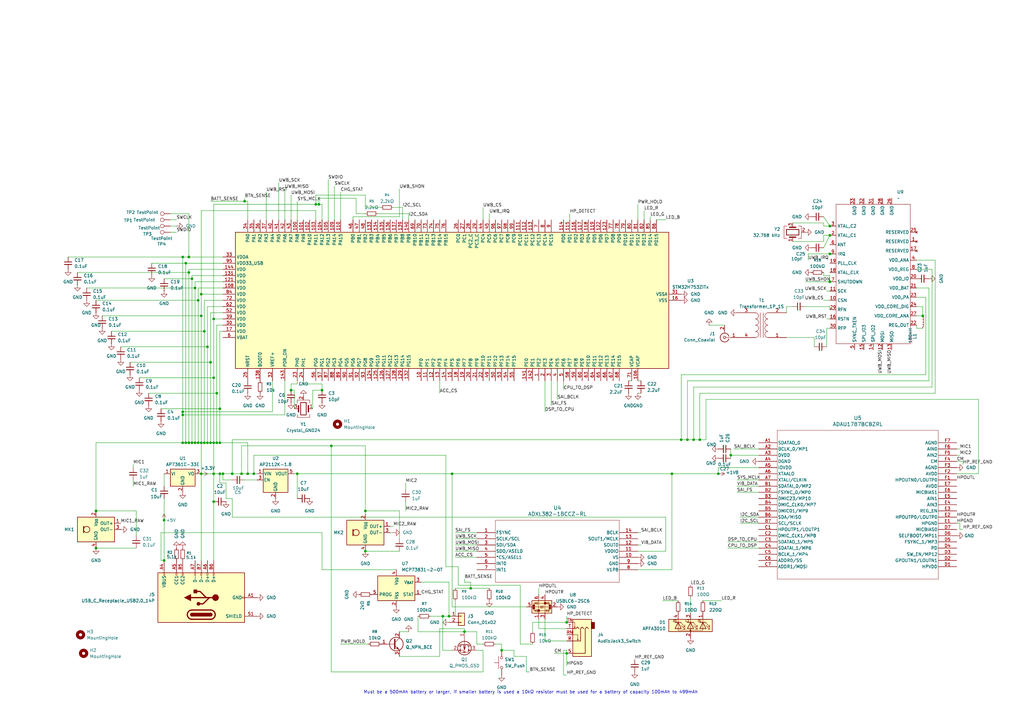
<source format=kicad_sch>
(kicad_sch (version 20250114) (generator "eeschema") (generator_version "9.0")
  (paper "A3")
  (text "Must be a 500mAh battery or larger, if smaller battery is used a 10kΩ resistor must be used for a battery of capacity 100mAh to 499mAh" (at 217.678 283.972 0) (effects (font (size 1.27 1.27))))
  (junction (at 78.74 114.3))
  (junction (at 181.61 252.73))
  (junction (at 340.36 115.57))
  (junction (at 149.86 226.06))
  (junction (at 101.6 194.31))
  (junction (at 90.17 181.61))
  (junction (at 82.55 181.61))
  (junction (at 91.44 194.31))
  (junction (at 135.89 182.88))
  (junction (at 82.55 194.31))
  (junction (at 83.82 181.61))
  (junction (at 87.63 194.31))
  (junction (at 284.48 180.34))
  (junction (at 74.93 105.41))
  (junction (at 67.31 213.36))
  (junction (at 83.82 135.89))
  (junction (at 279.4 180.34))
  (junction (at 378.46 129.54))
  (junction (at 81.28 181.61))
  (junction (at 340.36 96.52))
  (junction (at 85.09 142.24))
  (junction (at 77.47 111.76))
  (junction (at 100.33 82.55))
  (junction (at 88.9 181.61))
  (junction (at 294.64 194.31))
  (junction (at 275.59 194.31))
  (junction (at 149.86 209.55))
  (junction (at 74.93 181.61))
  (junction (at 39.37 224.79))
  (junction (at 184.15 252.73))
  (junction (at 287.02 180.34))
  (junction (at 81.28 123.19))
  (junction (at 87.63 205.74))
  (junction (at 87.63 154.94))
  (junction (at 87.63 130.81))
  (junction (at 193.04 241.3))
  (junction (at 340.36 92.71))
  (junction (at 299.72 186.69))
  (junction (at 99.06 194.31))
  (junction (at 88.9 161.29))
  (junction (at 85.09 181.61))
  (junction (at 119.38 160.02))
  (junction (at 205.74 266.7))
  (junction (at 104.14 194.31))
  (junction (at 132.08 160.02))
  (junction (at 80.01 118.11))
  (junction (at 87.63 181.61))
  (junction (at 82.55 129.54))
  (junction (at 78.74 181.61))
  (junction (at 340.36 104.14))
  (junction (at 74.93 170.18))
  (junction (at 130.81 83.82))
  (junction (at 86.36 148.59))
  (junction (at 281.94 180.34))
  (junction (at 95.25 194.31))
  (junction (at 39.37 209.55))
  (junction (at 185.42 194.31))
  (junction (at 76.2 107.95))
  (junction (at 129.54 83.82))
  (junction (at 90.17 194.31))
  (junction (at 80.01 181.61))
  (junction (at 90.17 167.64))
  (junction (at 77.47 181.61))
  (junction (at 74.93 168.91))
  (junction (at 232.41 267.97))
  (junction (at 67.31 229.87))
  (junction (at 86.36 181.61))
  (junction (at 232.41 255.27))
  (junction (at 77.47 105.41))
  (junction (at 76.2 181.61))
  (junction (at 190.5 259.08))
  (junction (at 121.92 194.31))
  (junction (at 82.55 120.65))
  (wire (pts (xy 163.83 209.55) (xy 149.86 209.55)))
  (wire (pts (xy 337.82 92.71) (xy 340.36 92.71)))
  (wire (pts (xy 124.46 157.48) (xy 132.08 157.48)))
  (wire (pts (xy 261.62 226.06) (xy 273.05 226.06)))
  (wire (pts (xy 186.69 218.44) (xy 195.58 218.44)))
  (wire (pts (xy 182.88 232.41) (xy 182.88 186.69)))
  (wire (pts (xy 190.5 257.81) (xy 190.5 259.08)))
  (wire (pts (xy 223.52 156.21) (xy 223.52 168.91)))
  (wire (pts (xy 279.4 180.34) (xy 281.94 180.34)))
  (wire (pts (xy 85.09 125.73) (xy 85.09 142.24)))
  (wire (pts (xy 121.92 204.47) (xy 121.92 194.31)))
  (wire (pts (xy 392.43 194.31) (xy 401.32 194.31)))
  (wire (pts (xy 262.89 156.21) (xy 261.62 156.21)))
  (wire (pts (xy 83.82 135.89) (xy 83.82 181.61)))
  (wire (pts (xy 382.27 158.75) (xy 382.27 110.49)))
  (wire (pts (xy 91.44 113.03) (xy 78.74 113.03)))
  (wire (pts (xy 57.15 154.94) (xy 87.63 154.94)))
  (wire (pts (xy 190.5 238.76) (xy 193.04 238.76)))
  (wire (pts (xy 394.97 189.23) (xy 392.43 189.23)))
  (wire (pts (xy 382.27 110.49) (xy 375.92 110.49)))
  (wire (pts (xy 339.09 134.62) (xy 340.36 134.62)))
  (wire (pts (xy 149.86 80.01) (xy 129.54 80.01)))
  (wire (pts (xy 116.84 156.21) (xy 116.84 170.18)))
  (wire (pts (xy 261.62 83.82) (xy 261.62 90.17)))
  (wire (pts (xy 223.52 262.89) (xy 223.52 254)))
  (wire (pts (xy 227.33 267.97) (xy 232.41 267.97)))
  (wire (pts (xy 287.02 161.29) (xy 383.54 161.29)))
  (wire (pts (xy 232.41 257.81) (xy 220.98 257.81)))
  (wire (pts (xy 302.26 199.39) (xy 311.15 199.39)))
  (wire (pts (xy 300.99 184.15) (xy 311.15 184.15)))
  (wire (pts (xy 99.06 194.31) (xy 101.6 194.31)))
  (wire (pts (xy 381 118.11) (xy 381 156.21)))
  (wire (pts (xy 91.44 118.11) (xy 81.28 118.11)))
  (wire (pts (xy 109.22 78.74) (xy 109.22 90.17)))
  (wire (pts (xy 181.61 252.73) (xy 184.15 252.73)))
  (wire (pts (xy 81.28 123.19) (xy 81.28 181.61)))
  (wire (pts (xy 129.54 83.82) (xy 130.81 83.82)))
  (wire (pts (xy 132.08 233.68) (xy 132.08 218.44)))
  (wire (pts (xy 95.25 212.09) (xy 95.25 204.47)))
  (wire (pts (xy 337.82 123.19) (xy 340.36 123.19)))
  (wire (pts (xy 82.55 86.36) (xy 129.54 86.36)))
  (wire (pts (xy 330.2 115.57) (xy 340.36 115.57)))
  (wire (pts (xy 100.33 196.85) (xy 105.41 196.85)))
  (wire (pts (xy 281.94 180.34) (xy 284.48 180.34)))
  (wire (pts (xy 163.83 220.98) (xy 163.83 209.55)))
  (wire (pts (xy 121.92 194.31) (xy 185.42 194.31)))
  (wire (pts (xy 91.44 120.65) (xy 82.55 120.65)))
  (wire (pts (xy 39.37 123.19) (xy 81.28 123.19)))
  (wire (pts (xy 69.85 90.17) (xy 72.39 90.17)))
  (wire (pts (xy 298.45 222.25) (xy 311.15 222.25)))
  (wire (pts (xy 81.28 118.11) (xy 81.28 123.19)))
  (wire (pts (xy 82.55 181.61) (xy 83.82 181.61)))
  (wire (pts (xy 341.63 104.14) (xy 340.36 104.14)))
  (wire (pts (xy 273.05 212.09) (xy 95.25 212.09)))
  (wire (pts (xy 165.1 85.09) (xy 161.29 85.09)))
  (wire (pts (xy 80.01 118.11) (xy 80.01 181.61)))
  (wire (pts (xy 165.1 85.09) (xy 165.1 90.17)))
  (wire (pts (xy 87.63 194.31) (xy 87.63 205.74)))
  (wire (pts (xy 330.2 125.73) (xy 340.36 125.73)))
  (wire (pts (xy 232.41 252.73) (xy 232.41 255.27)))
  (wire (pts (xy 77.47 110.49) (xy 77.47 111.76)))
  (wire (pts (xy 180.34 161.29) (xy 180.34 156.21)))
  (wire (pts (xy 86.36 128.27) (xy 86.36 148.59)))
  (wire (pts (xy 91.44 196.85) (xy 95.25 196.85)))
  (wire (pts (xy 135.89 182.88) (xy 149.86 182.88)))
  (wire (pts (xy 232.41 276.86) (xy 231.14 276.86)))
  (wire (pts (xy 337.82 91.44) (xy 337.82 92.71)))
  (wire (pts (xy 266.7 88.9) (xy 266.7 90.17)))
  (wire (pts (xy 121.92 156.21) (xy 121.92 157.48)))
  (wire (pts (xy 210.82 269.24) (xy 210.82 266.7)))
  (wire (pts (xy 60.96 161.29) (xy 88.9 161.29)))
  (wire (pts (xy 378.46 125.73) (xy 378.46 129.54)))
  (wire (pts (xy 337.82 113.03) (xy 340.36 113.03)))
  (wire (pts (xy 337.82 88.9) (xy 340.36 92.71)))
  (wire (pts (xy 337.82 101.6) (xy 340.36 96.52)))
  (wire (pts (xy 298.45 224.79) (xy 311.15 224.79)))
  (wire (pts (xy 233.68 87.63) (xy 233.68 90.17)))
  (wire (pts (xy 163.83 269.24) (xy 180.34 269.24)))
  (wire (pts (xy 128.27 160.02) (xy 132.08 160.02)))
  (wire (pts (xy 401.32 194.31) (xy 401.32 163.83)))
  (wire (pts (xy 161.29 215.9) (xy 160.02 215.9)))
  (wire (pts (xy 69.85 92.71) (xy 72.39 92.71)))
  (wire (pts (xy 228.6 163.83) (xy 228.6 156.21)))
  (wire (pts (xy 90.17 135.89) (xy 90.17 167.64)))
  (wire (pts (xy 275.59 194.31) (xy 294.64 194.31)))
  (wire (pts (xy 394.97 190.5) (xy 394.97 189.23)))
  (wire (pts (xy 149.86 182.88) (xy 149.86 209.55)))
  (wire (pts (xy 81.28 181.61) (xy 82.55 181.61)))
  (wire (pts (xy 210.82 266.7) (xy 205.74 266.7)))
  (wire (pts (xy 149.86 209.55) (xy 149.86 210.82)))
  (wire (pts (xy 83.82 181.61) (xy 85.09 181.61)))
  (wire (pts (xy 172.72 238.76) (xy 184.15 238.76)))
  (wire (pts (xy 87.63 130.81) (xy 87.63 154.94)))
  (wire (pts (xy 80.01 115.57) (xy 80.01 118.11)))
  (wire (pts (xy 85.09 142.24) (xy 85.09 181.61)))
  (wire (pts (xy 87.63 154.94) (xy 87.63 181.61)))
  (wire (pts (xy 322.58 138.43) (xy 334.01 138.43)))
  (wire (pts (xy 257.81 156.21) (xy 259.08 156.21)))
  (wire (pts (xy 262.89 218.44) (xy 261.62 218.44)))
  (wire (pts (xy 322.58 128.27) (xy 322.58 125.73)))
  (wire (pts (xy 213.36 264.16) (xy 213.36 240.03)))
  (wire (pts (xy 149.86 87.63) (xy 146.05 87.63)))
  (wire (pts (xy 99.06 182.88) (xy 135.89 182.88)))
  (wire (pts (xy 111.76 156.21) (xy 111.76 168.91)))
  (wire (pts (xy 340.36 125.73) (xy 340.36 127)))
  (wire (pts (xy 91.44 107.95) (xy 76.2 107.95)))
  (wire (pts (xy 186.69 226.06) (xy 195.58 226.06)))
  (wire (pts (xy 340.36 113.03) (xy 340.36 115.57)))
  (wire (pts (xy 231.14 266.7) (xy 232.41 266.7)))
  (wire (pts (xy 393.7 186.69) (xy 392.43 186.69)))
  (wire (pts (xy 299.72 186.69) (xy 311.15 186.69)))
  (wire (pts (xy 82.55 120.65) (xy 82.55 129.54)))
  (wire (pts (xy 104.14 194.31) (xy 105.41 194.31)))
  (wire (pts (xy 284.48 180.34) (xy 287.02 180.34)))
  (wire (pts (xy 100.33 82.55) (xy 101.6 82.55)))
  (wire (pts (xy 322.58 125.73) (xy 325.12 125.73)))
  (wire (pts (xy 87.63 194.31) (xy 90.17 194.31)))
  (wire (pts (xy 289.56 180.34) (xy 289.56 163.83)))
  (wire (pts (xy 271.78 246.38) (xy 278.13 246.38)))
  (wire (pts (xy 95.25 194.31) (xy 95.25 180.34)))
  (wire (pts (xy 104.14 186.69) (xy 104.14 194.31)))
  (wire (pts (xy 80.01 181.61) (xy 81.28 181.61)))
  (wire (pts (xy 90.17 181.61) (xy 101.6 181.61)))
  (wire (pts (xy 91.44 135.89) (xy 90.17 135.89)))
  (wire (pts (xy 180.34 257.81) (xy 190.5 257.81)))
  (wire (pts (xy 185.42 194.31) (xy 185.42 248.92)))
  (wire (pts (xy 130.81 83.82) (xy 132.08 83.82)))
  (wire (pts (xy 273.05 226.06) (xy 273.05 212.09)))
  (wire (pts (xy 337.82 96.52) (xy 340.36 96.52)))
  (wire (pts (xy 76.2 107.95) (xy 76.2 181.61)))
  (wire (pts (xy 128.27 167.64) (xy 128.27 160.02)))
  (wire (pts (xy 82.55 86.36) (xy 82.55 120.65)))
  (wire (pts (xy 55.88 219.71) (xy 55.88 209.55)))
  (wire (pts (xy 74.93 181.61) (xy 76.2 181.61)))
  (wire (pts (xy 303.53 212.09) (xy 311.15 212.09)))
  (wire (pts (xy 91.44 196.85) (xy 91.44 194.31)))
  (wire (pts (xy 54.61 190.5) (xy 54.61 191.77)))
  (wire (pts (xy 186.69 220.98) (xy 195.58 220.98)))
  (wire (pts (xy 35.56 118.11) (xy 80.01 118.11)))
  (wire (pts (xy 74.93 105.41) (xy 74.93 168.91)))
  (wire (pts (xy 88.9 133.35) (xy 88.9 161.29)))
  (wire (pts (xy 231.14 160.02) (xy 231.14 156.21)))
  (wire (pts (xy 339.09 119.38) (xy 340.36 119.38)))
  (wire (pts (xy 180.34 269.24) (xy 180.34 257.81)))
  (wire (pts (xy 284.48 158.75) (xy 382.27 158.75)))
  (wire (pts (xy 185.42 266.7) (xy 181.61 266.7)))
  (wire (pts (xy 379.73 121.92) (xy 379.73 153.67)))
  (wire (pts (xy 86.36 148.59) (xy 86.36 181.61)))
  (wire (pts (xy 87.63 181.61) (xy 88.9 181.61)))
  (wire (pts (xy 62.23 107.95) (xy 76.2 107.95)))
  (wire (pts (xy 129.54 80.01) (xy 129.54 83.82)))
  (wire (pts (xy 167.64 259.08) (xy 163.83 259.08)))
  (wire (pts (xy 83.82 123.19) (xy 83.82 135.89)))
  (wire (pts (xy 394.97 217.17) (xy 393.7 217.17)))
  (wire (pts (xy 77.47 181.61) (xy 78.74 181.61)))
  (wire (pts (xy 264.16 86.36) (xy 264.16 90.17)))
  (wire (pts (xy 162.56 233.68) (xy 132.08 233.68)))
  (wire (pts (xy 100.33 81.28) (xy 100.33 82.55)))
  (wire (pts (xy 281.94 156.21) (xy 281.94 180.34)))
  (wire (pts (xy 144.78 88.9) (xy 144.78 90.17)))
  (wire (pts (xy 91.44 130.81) (xy 87.63 130.81)))
  (wire (pts (xy 99.06 194.31) (xy 99.06 182.88)))
  (wire (pts (xy 121.92 194.31) (xy 120.65 194.31)))
  (wire (pts (xy 101.6 181.61) (xy 101.6 194.31)))
  (wire (pts (xy 176.53 252.73) (xy 181.61 252.73)))
  (wire (pts (xy 302.26 196.85) (xy 311.15 196.85)))
  (wire (pts (xy 95.25 204.47) (xy 92.71 204.47)))
  (wire (pts (xy 137.16 76.2) (xy 137.16 90.17)))
  (wire (pts (xy 78.74 114.3) (xy 78.74 181.61)))
  (wire (pts (xy 198.12 264.16) (xy 195.58 264.16)))
  (wire (pts (xy 87.63 205.74) (xy 87.63 229.87)))
  (wire (pts (xy 74.93 170.18) (xy 74.93 181.61)))
  (wire (pts (xy 198.12 275.59) (xy 135.89 275.59)))
  (wire (pts (xy 193.04 238.76) (xy 193.04 241.3)))
  (wire (pts (xy 190.5 237.49) (xy 190.5 238.76)))
  (wire (pts (xy 69.85 95.25) (xy 72.39 95.25)))
  (wire (pts (xy 186.69 223.52) (xy 195.58 223.52)))
  (wire (pts (xy 121.92 82.55) (xy 121.92 90.17)))
  (wire (pts (xy 134.62 73.66) (xy 134.62 90.17)))
  (wire (pts (xy 91.44 128.27) (xy 86.36 128.27)))
  (wire (pts (xy 290.83 133.35) (xy 297.18 133.35)))
  (wire (pts (xy 124.46 156.21) (xy 124.46 157.48)))
  (wire (pts (xy 311.15 191.77) (xy 294.64 191.77)))
  (wire (pts (xy 116.84 77.47) (xy 116.84 90.17)))
  (wire (pts (xy 220.98 257.81) (xy 220.98 254)))
  (wire (pts (xy 375.92 134.62) (xy 375.92 133.35)))
  (wire (pts (xy 91.44 194.31) (xy 95.25 194.31)))
  (wire (pts (xy 49.53 142.24) (xy 85.09 142.24)))
  (wire (pts (xy 92.71 204.47) (xy 92.71 198.12)))
  (wire (pts (xy 295.91 246.38) (xy 288.29 246.38)))
  (wire (pts (xy 287.02 180.34) (xy 289.56 180.34)))
  (wire (pts (xy 100.33 82.55) (xy 86.36 82.55)))
  (wire (pts (xy 181.61 266.7) (xy 181.61 252.73)))
  (wire (pts (xy 215.9 275.59) (xy 215.9 269.24)))
  (wire (pts (xy 95.25 194.31) (xy 99.06 194.31)))
  (wire (pts (xy 101.6 194.31) (xy 104.14 194.31)))
  (wire (pts (xy 55.88 209.55) (xy 39.37 209.55)))
  (wire (pts (xy 45.72 135.89) (xy 83.82 135.89)))
  (wire (pts (xy 161.29 218.44) (xy 160.02 218.44)))
  (wire (pts (xy 92.71 198.12) (xy 90.17 198.12)))
  (wire (pts (xy 187.96 232.41) (xy 182.88 232.41)))
  (wire (pts (xy 200.66 87.63) (xy 200.66 90.17)))
  (wire (pts (xy 184.15 238.76) (xy 184.15 252.73)))
  (wire (pts (xy 67.31 114.3) (xy 78.74 114.3)))
  (wire (pts (xy 383.54 106.68) (xy 375.92 106.68)))
  (wire (pts (xy 66.04 218.44) (xy 66.04 229.87)))
  (wire (pts (xy 287.02 161.29) (xy 287.02 180.34)))
  (wire (pts (xy 132.08 83.82) (xy 132.08 90.17)))
  (wire (pts (xy 401.32 163.83) (xy 289.56 163.83)))
  (wire (pts (xy 167.64 87.63) (xy 167.64 90.17)))
  (wire (pts (xy 299.72 186.69) (xy 299.72 184.15)))
  (wire (pts (xy 139.7 78.74) (xy 139.7 90.17)))
  (wire (pts (xy 339.09 142.24) (xy 339.09 134.62)))
  (wire (pts (xy 393.7 184.15) (xy 392.43 184.15)))
  (wire (pts (xy 67.31 204.47) (xy 67.31 213.36)))
  (wire (pts (xy 187.96 240.03) (xy 187.96 232.41)))
  (wire (pts (xy 154.94 87.63) (xy 167.64 87.63)))
  (wire (pts (xy 284.48 158.75) (xy 284.48 180.34)))
  (wire (pts (xy 66.04 167.64) (xy 90.17 167.64)))
  (wire (pts (xy 90.17 198.12) (xy 90.17 194.31)))
  (wire (pts (xy 182.88 186.69) (xy 104.14 186.69)))
  (wire (pts (xy 88.9 181.61) (xy 90.17 181.61)))
  (wire (pts (xy 218.44 259.08) (xy 218.44 255.27)))
  (wire (pts (xy 232.41 262.89) (xy 223.52 262.89)))
  (wire (pts (xy 91.44 115.57) (xy 80.01 115.57)))
  (wire (pts (xy 78.74 181.61) (xy 80.01 181.61)))
  (wire (pts (xy 375.92 118.11) (xy 381 118.11)))
  (wire (pts (xy 186.69 246.38) (xy 186.69 252.73)))
  (wire (pts (xy 393.7 214.63) (xy 392.43 214.63)))
  (wire (pts (xy 302.26 201.93) (xy 311.15 201.93)))
  (wire (pts (xy 129.54 86.36) (xy 129.54 90.17)))
  (wire (pts (xy 186.69 252.73) (xy 184.15 252.73)))
  (wire (pts (xy 82.55 194.31) (xy 82.55 181.61)))
  (wire (pts (xy 232.41 266.7) (xy 232.41 267.97)))
  (wire (pts (xy 220.98 241.3) (xy 220.98 243.84)))
  (wire (pts (xy 82.55 181.61) (xy 82.55 129.54)))
  (wire (pts (xy 171.45 252.73) (xy 171.45 259.08)))
  (wire (pts (xy 275.59 233.68) (xy 275.59 194.31)))
  (wire (pts (xy 144.78 88.9) (xy 163.83 88.9)))
  (wire (pts (xy 88.9 161.29) (xy 88.9 181.61)))
  (wire (pts (xy 139.7 264.16) (xy 151.13 264.16)))
  (wire (pts (xy 261.62 233.68) (xy 275.59 233.68)))
  (wire (pts (xy 339.09 130.81) (xy 340.36 130.81)))
  (wire (pts (xy 149.86 80.01) (xy 149.86 85.09)))
  (wire (pts (xy 67.31 194.31) (xy 67.31 199.39)))
  (wire (pts (xy 381 156.21) (xy 281.94 156.21)))
  (wire (pts (xy 91.44 133.35) (xy 88.9 133.35)))
  (wire (pts (xy 375.92 129.54) (xy 378.46 129.54)))
  (wire (pts (xy 325.12 99.06) (xy 337.82 99.06)))
  (wire (pts (xy 331.47 106.68) (xy 331.47 104.14)))
  (wire (pts (xy 185.42 194.31) (xy 275.59 194.31)))
  (wire (pts (xy 74.93 168.91) (xy 74.93 170.18)))
  (wire (pts (xy 218.44 264.16) (xy 213.36 264.16)))
  (wire (pts (xy 116.84 170.18) (xy 74.93 170.18)))
  (wire (pts (xy 217.17 275.59) (xy 215.9 275.59)))
  (wire (pts (xy 101.6 82.55) (xy 101.6 90.17)))
  (wire (pts (xy 379.73 153.67) (xy 279.4 153.67)))
  (wire (pts (xy 186.69 228.6) (xy 195.58 228.6)))
  (wire (pts (xy 90.17 167.64) (xy 90.17 181.61)))
  (wire (pts (xy 85.09 181.61) (xy 86.36 181.61)))
  (wire (pts (xy 205.74 266.7) (xy 205.74 264.16)))
  (wire (pts (xy 41.91 129.54) (xy 82.55 129.54)))
  (wire (pts (xy 393.7 217.17) (xy 393.7 214.63)))
  (wire (pts (xy 132.08 157.48) (xy 132.08 160.02)))
  (wire (pts (xy 39.37 181.61) (xy 74.93 181.61)))
  (wire (pts (xy 119.38 157.48) (xy 119.38 160.02)))
  (wire (pts (xy 166.37 198.12) (xy 166.37 200.66)))
  (wire (pts (xy 279.4 153.67) (xy 279.4 180.34)))
  (wire (pts (xy 273.05 90.17) (xy 269.24 90.17)))
  (wire (pts (xy 299.72 187.96) (xy 299.72 186.69)))
  (wire (pts (xy 67.31 213.36) (xy 67.31 229.87)))
  (wire (pts (xy 132.08 218.44) (xy 66.04 218.44)))
  (wire (pts (xy 146.05 81.28) (xy 130.81 81.28)))
  (wire (pts (xy 205.74 264.16) (xy 203.2 264.16)))
  (wire (pts (xy 69.85 87.63) (xy 77.47 87.63)))
  (wire (pts (xy 195.58 264.16) (xy 195.58 259.08)))
  (wire (pts (xy 78.74 113.03) (xy 78.74 114.3)))
  (wire (pts (xy 31.75 111.76) (xy 77.47 111.76)))
  (wire (pts (xy 130.81 81.28) (xy 130.81 83.82)))
  (wire (pts (xy 383.54 106.68) (xy 383.54 161.29)))
  (wire (pts (xy 331.47 104.14) (xy 340.36 104.14)))
  (wire (pts (xy 120.65 167.64) (xy 120.65 160.02)))
  (wire (pts (xy 262.89 223.52) (xy 261.62 223.52)))
  (wire (pts (xy 77.47 105.41) (xy 74.93 105.41)))
  (wire (pts (xy 198.12 85.09) (xy 198.12 90.17)))
  (wire (pts (xy 262.89 161.29) (xy 261.62 161.29)))
  (wire (pts (xy 166.37 209.55) (xy 166.37 205.74)))
  (wire (pts (xy 82.55 194.31) (xy 87.63 194.31)))
  (wire (pts (xy 87.63 194.31) (xy 87.63 181.61)))
  (wire (pts (xy 111.76 168.91) (xy 74.93 168.91)))
  (wire (pts (xy 325.12 91.44) (xy 337.82 91.44)))
  (wire (pts (xy 375.92 125.73) (xy 378.46 125.73)))
  (wire (pts (xy 215.9 269.24) (xy 210.82 269.24)))
  (wire (pts (xy 195.58 266.7) (xy 198.12 266.7)))
  (wire (pts (xy 87.63 83.82) (xy 87.63 130.81)))
  (wire (pts (xy 77.47 111.76) (xy 77.47 181.61)))
  (wire (pts (xy 334.01 138.43) (xy 334.01 142.24)))
  (wire (pts (xy 95.25 180.34) (xy 279.4 180.34)))
  (wire (pts (xy 231.14 276.86) (xy 231.14 266.7)))
  (wire (pts (xy 39.37 209.55) (xy 39.37 181.61)))
  (wire (pts (xy 198.12 266.7) (xy 198.12 275.59)))
  (wire (pts (xy 186.69 241.3) (xy 193.04 241.3)))
  (wire (pts (xy 82.55 229.87) (xy 82.55 194.31)))
  (wire (pts (xy 54.61 199.39) (xy 54.61 196.85)))
  (wire (pts (xy 213.36 240.03) (xy 187.96 240.03)))
  (wire (pts (xy 76.2 181.61) (xy 77.47 181.61)))
  (wire (pts (xy 283.21 245.11) (xy 283.21 251.46)))
  (wire (pts (xy 337.82 99.06) (xy 337.82 96.52)))
  (wire (pts (xy 294.64 191.77) (xy 294.64 194.31)))
  (wire (pts (xy 215.9 248.92) (xy 185.42 248.92)))
  (wire (pts (xy 232.41 273.05) (xy 232.41 267.97)))
  (wire (pts (xy 146.05 87.63) (xy 146.05 81.28)))
  (wire (pts (xy 66.04 229.87) (xy 67.31 229.87)))
  (wire (pts (xy 53.34 148.59) (xy 86.36 148.59)))
  (wire (pts (xy 119.38 80.01) (xy 119.38 90.17)))
  (wire (pts (xy 77.47 87.63) (xy 77.47 105.41)))
  (wire (pts (xy 86.36 181.61) (xy 87.63 181.61)))
  (wire (pts (xy 218.44 255.27) (xy 232.41 255.27)))
  (wire (pts (xy 163.83 226.06) (xy 149.86 226.06)))
  (wire (pts (xy 121.92 157.48) (xy 119.38 157.48)))
  (wire (pts (xy 375.92 121.92) (xy 379.73 121.92)))
  (wire (pts (xy 163.83 77.47) (xy 163.83 88.9)))
  (wire (pts (xy 156.21 85.09) (xy 149.86 85.09)))
  (wire (pts (xy 27.94 105.41) (xy 74.93 105.41)))
  (wire (pts (xy 55.88 224.79) (xy 39.37 224.79)))
  (wire (pts (xy 91.44 125.73) (xy 85.09 125.73)))
  (wire (pts (xy 114.3 74.93) (xy 114.3 90.17)))
  (wire (pts (xy 303.53 214.63) (xy 311.15 214.63)))
  (wire (pts (xy 91.44 110.49) (xy 77.47 110.49)))
  (wire (pts (xy 226.06 166.37) (xy 226.06 156.21)))
  (wire (pts (xy 91.44 105.41) (xy 77.47 105.41)))
  (wire (pts (xy 195.58 259.08) (xy 190.5 259.08)))
  (wire (pts (xy 87.63 83.82) (xy 129.54 83.82)))
  (wire (pts (xy 193.04 241.3) (xy 200.66 241.3)))
  (wire (pts (xy 91.44 123.19) (xy 83.82 123.19)))
  (wire (pts (xy 135.89 275.59) (xy 135.89 182.88)))
  (wire (pts (xy 337.82 111.76) (xy 337.82 113.03)))
  (wire (pts (xy 378.46 134.62) (xy 375.92 134.62)))
  (wire (pts (xy 120.65 160.02) (xy 119.38 160.02)))
  (wire (pts (xy 171.45 259.08) (xy 190.5 259.08)))
  (wire (pts (xy 90.17 194.31) (xy 91.44 194.31)))
  (label "DSP_TO_CPU" (at 223.52 168.91 0))
  (label "BTN_SENSE" (at 217.17 275.59 0))
  (label "HP_REF_GND" (at 260.35 270.51 0))
  (label "UWB_IRQ" (at 200.66 87.63 0))
  (label "HPGND" (at 232.41 273.05 0))
  (label "" (at 394.97 190.5 0))
  (label "DSP_TO_CPU" (at 298.45 222.25 0))
  (label "SAI_FS" (at 302.26 201.93 0))
  (label "CPU_TO_DSP" (at 231.14 160.02 0))
  (label "SWCLK" (at 72.39 90.17 0))
  (label "UWB_MOSI" (at 119.38 80.01 0))
  (label "SWDIO" (at 134.62 73.66 0))
  (label "UWB_MISO" (at 116.84 77.47 0))
  (label "" (at 205.74 266.7 0))
  (label "CPU_TO_DSP" (at 298.45 224.79 0))
  (label "PWR_HOLD" (at 261.62 83.82 0))
  (label "UWB_CS" (at 198.12 85.09 0))
  (label "SAI_BCLK" (at 228.6 163.83 0))
  (label "UWB_MISO" (at 365.76 143.51 270))
  (label "UWB_MOSI" (at 361.95 143.51 270))
  (label "LED_G" (at 266.7 88.9 0))
  (label "MIC2" (at 393.7 186.69 0))
  (label "HP_REF_GND" (at 394.97 190.5 0))
  (label "UWB_SCK" (at 186.69 220.98 0))
  (label "MIC1_RAW" (at 49.53 214.63 0))
  (label "MIC2_RAW" (at 166.37 209.55 0))
  (label "CHG_STAT" (at 172.72 243.84 0))
  (label "SWCLK" (at 137.16 76.2 0))
  (label "I2C_SDA" (at 167.64 88.9 0))
  (label "SYS_MCLK" (at 121.92 82.55 0))
  (label "SAI_BCLK" (at 300.99 184.15 0))
  (label "UWB_RST" (at 109.22 78.74 0))
  (label "I2C_SDA" (at 303.53 212.09 0))
  (label "" (at 125.7295 194.31 0))
  (label "HPOUTL" (at 220.98 241.3 0))
  (label "MIC2_RAW" (at 161.29 215.9 0))
  (label "HPGND" (at 392.43 214.63 0))
  (label "LED_R" (at 264.16 86.36 0))
  (label "VIB_DATA" (at 302.26 199.39 0))
  (label "CM" (at 392.43 189.23 0))
  (label "CM" (at 227.33 267.97 0))
  (label "HP_DETECT" (at 233.68 87.63 0))
  (label "UWB_MISO" (at 186.69 226.06 0))
  (label "MIC1" (at 393.7 184.15 0))
  (label "LED_G" (at 283.21 240.03 0))
  (label "UWB_CS" (at 337.82 123.19 180))
  (label "UWB_RST" (at 339.09 130.81 180))
  (label "I2C_SCL" (at 303.53 214.63 0))
  (label "MIC1_RAW" (at 54.61 199.39 0))
  (label "UWB_SHDN" (at 163.83 77.47 0))
  (label "LED_B" (at 273.05 90.17 0))
  (label "BATT_SENSE" (at 190.5 237.49 0))
  (label "PWR_HOLD" (at 139.7 264.16 0))
  (label "HP_REF_GND" (at 232.41 276.86 0))
  (label "I2C_SCL" (at 165.1 85.09 0))
  (label "BTN_SENSE" (at 100.33 81.28 0))
  (label "ACC_CS" (at 180.34 161.29 0))
  (label "SYS_MCLK" (at 302.26 196.85 0))
  (label "HP_REF_GND" (at 394.97 217.17 0))
  (label "UWB_MOSI" (at 186.69 223.52 0))
  (label "SWDIO" (at 72.39 95.25 0))
  (label "SAI_BCLK" (at 262.89 218.44 0))
  (label "SAI_FS" (at 186.69 218.44 0))
  (label "HPOUTR" (at 392.43 212.09 0))
  (label "LED_B" (at 271.78 246.38 0))
  (label "ACC_CS" (at 186.69 228.6 0))
  (label "HP_DETECT" (at 232.41 252.73 0))
  (label "HPOUTR" (at 223.52 243.84 0))
  (label "UWB_SCK" (at 114.3 74.93 0))
  (label "LED_R" (at 295.91 246.38 0))
  (label "SAI_FS" (at 226.06 166.37 0))
  (label "UWB_SHDN" (at 330.2 115.57 0))
  (label "VIB_DATA" (at 262.89 223.52 0))
  (label "MIC2" (at 166.37 198.12 0))
  (label "HPOUTL" (at 392.43 196.85 0))
  (label "MIC1" (at 54.61 190.5 0))
  (label "UWB_SCK" (at 339.09 119.38 180))
  (label "BATT_SENSE" (at 86.36 82.55 0))
  (label "UWB_IRQ" (at 331.47 106.68 0))
  (label "CHG_STAT" (at 139.7 78.74 0))
  (symbol (lib_id "power:GND") (at 31.75 116.84 0) (unit 1)
    (property "Reference" "#PWR025" (effects (hide yes)))
    (property "Value" "GND" (at 31.75 121.92 0))
    (property "Description" "Power symbol creates a global label with name \"GND\" , ground" (effects (hide yes)))
  )
  (symbol (lib_id "Connector:TestPoint") (at 69.85 92.71 90) (unit 1)
    (property "Reference" "TP3" (at 60.452 96.012 90))
    (property "Value" "TestPoint" (at 61.214 93.472 90))
    (property "Footprint" "TestPoint:TestPoint_Pad_1.0x1.0mm" (effects (hide yes)))
    (property "Description" "test point" (effects (hide yes)))
  )
  (symbol (lib_id "Device:R_Small") (at 200.66 264.16 90) (unit 1)
    (property "Reference" "R11" (at 200.66 259.08 90) (effects (font (size 1.016 1.016))))
    (property "Value" "100kΩ" (at 200.66 261.62 90))
    (property "Footprint" "Resistor_SMD:R_0402_1005Metric" (effects (hide yes)))
    (property "Description" "Resistor, small symbol" (effects (hide yes)))
  )
  (symbol (lib_id "power:GND") (at 45.72 140.97 0) (unit 1)
    (property "Reference" "#PWR021" (effects (hide yes)))
    (property "Value" "GND" (at 45.72 146.05 0))
    (property "Description" "Power symbol creates a global label with name \"GND\" , ground" (effects (hide yes)))
  )
  (symbol (lib_id "Device:R_Small") (at 74.93 227.33 0) (unit 1)
    (property "Reference" "R1" (at 76.454 226.822 0) (effects (font (size 1.016 1.016)) (justify left)))
    (property "Value" "5.1k" (at 76.2 228.6 0) (effects (justify left)))
    (property "Footprint" "Resistor_SMD:R_0402_1005Metric" (effects (hide yes)))
    (property "Description" "Resistor, small symbol" (effects (hide yes)))
  )
  (symbol (lib_id "power:GND") (at 283.21 261.62 0) (unit 1)
    (property "Reference" "#PWR059" (effects (hide yes)))
    (property "Value" "GND" (at 283.21 266.7 0))
    (property "Description" "Power symbol creates a global label with name \"GND\" , ground" (effects (hide yes)))
  )
  (symbol (lib_id "power:GND") (at 294.64 187.96 270) (unit 1)
    (property "Reference" "#PWR046" (effects (hide yes)))
    (property "Value" "GND" (at 293.624 189.992 90) (effects (justify right)))
    (property "Description" "Power symbol creates a global label with name \"GND\" , ground" (effects (hide yes)))
  )
  (symbol (lib_id "power:GND") (at 147.32 243.84 270) (unit 1)
    (property "Reference" "#PWR051" (effects (hide yes)))
    (property "Value" "GND" (at 142.24 243.84 0))
    (property "Description" "Power symbol creates a global label with name \"GND\" , ground" (effects (hide yes)))
  )
  (symbol (lib_id "power:GND") (at 60.96 166.37 0) (unit 1)
    (property "Reference" "#PWR017" (effects (hide yes)))
    (property "Value" "GND" (at 60.96 171.45 0))
    (property "Description" "Power symbol creates a global label with name \"GND\" , ground" (effects (hide yes)))
  )
  (symbol (lib_id "Device:C_Small") (at 163.83 223.52 0) (unit 1)
    (property "Reference" "C28" (at 166.37 222.2562 0) (effects (justify left)))
    (property "Value" "0.1uF" (at 166.37 224.7962 0) (effects (justify left)))
    (property "Footprint" "Capacitor_SMD:C_0402_1005Metric" (effects (hide yes)))
    (property "Description" "Unpolarized capacitor, small symbol" (effects (hide yes)))
  )
  (symbol (lib_id "Device:R_Small") (at 152.4 87.63 90) (unit 1)
    (property "Reference" "R5" (at 152.4 82.55 90) (effects (font (size 1.016 1.016))))
    (property "Value" "2.2kΩ" (at 152.4 85.09 90))
    (property "Footprint" "Resistor_SMD:R_0402_1005Metric" (effects (hide yes)))
    (property "Description" "Resistor, small symbol" (effects (hide yes)))
  )
  (symbol (lib_id "Device:C_Small") (at 132.08 162.56 0) (unit 1)
    (property "Reference" "C3" (at 134.62 161.2962 0) (effects (justify left)))
    (property "Value" "10pF" (at 134.62 163.8362 0) (effects (justify left)))
    (property "Footprint" "Capacitor_SMD:C_0402_1005Metric" (effects (hide yes)))
    (property "Description" "Unpolarized capacitor, small symbol" (effects (hide yes)))
  )
  (symbol (lib_id "power:GND") (at 106.68 161.29 0) (unit 1)
    (property "Reference" "#PWR015" (effects (hide yes)))
    (property "Value" "GND" (at 106.68 166.37 0))
    (property "Description" "Power symbol creates a global label with name \"GND\" , ground" (effects (hide yes)))
  )
  (symbol (lib_id "Device:C_Small") (at 41.91 132.08 0) (unit 1)
    (property "Reference" "C13" (at 44.45 130.8162 0) (effects (justify left)))
    (property "Value" "0.1uF" (at 44.45 133.3562 0) (effects (justify left)))
    (property "Footprint" "Capacitor_SMD:C_0402_1005Metric" (effects (hide yes)))
    (property "Description" "Unpolarized capacitor, small symbol" (effects (hide yes)))
  )
  (symbol (lib_id "Mechanical:MountingHole") (at 138.43 173.99 0) (unit 1) (in_bom no)
    (property "Reference" "H1" (at 140.97 172.7199 0) (effects (justify left)))
    (property "Value" "MountingHole" (at 140.97 175.2599 0) (effects (justify left)))
    (property "Footprint" "MountingHole:MountingHole_2.2mm_M2_DIN965_Pad" (effects (hide yes)))
    (property "Description" "Mounting Hole without connection" (effects (hide yes)))
  )
  (symbol (lib_id "power:GND") (at 39.37 128.27 0) (unit 1)
    (property "Reference" "#PWR023" (effects (hide yes)))
    (property "Value" "GND" (at 39.37 133.35 0))
    (property "Description" "Power symbol creates a global label with name \"GND\" , ground" (effects (hide yes)))
  )
  (symbol (lib_id "Device:C_Small") (at 97.79 196.85 270) (unit 1)
    (property "Reference" "C5" (at 97.536 201.93 90))
    (property "Value" "10uF" (at 97.79 200.152 90))
    (property "Footprint" "Capacitor_SMD:C_0402_1005Metric" (effects (hide yes)))
    (property "Description" "Unpolarized capacitor, small symbol" (effects (hide yes)))
  )
  (symbol (lib_id "power:GND") (at 105.41 252.73 90) (unit 1)
    (property "Reference" "#PWR03" (effects (hide yes)))
    (property "Value" "GND" (at 109.22 252.7299 90) (effects (justify right)))
    (property "Description" "Power symbol creates a global label with name \"GND\" , ground" (effects (hide yes)))
  )
  (symbol (lib_id "Device:R_Small") (at 200.66 243.84 0) (unit 1)
    (property "Reference" "R10" (at 203.2 242.5699 0) (effects (font (size 1.016 1.016)) (justify left)))
    (property "Value" "100kΩ" (at 203.2 245.1099 0) (effects (justify left)))
    (property "Footprint" "Resistor_SMD:R_0402_1005Metric" (effects (hide yes)))
    (property "Description" "Resistor, small symbol" (effects (hide yes)))
  )
  (symbol (lib_id "power:GND") (at 92.71 205.74 0) (unit 1)
    (property "Reference" "#PWR013" (effects (hide yes)))
    (property "Value" "GND" (at 92.71 210.82 0))
    (property "Description" "Power symbol creates a global label with name \"GND\" , ground" (effects (hide yes)))
  )
  (symbol (lib_id "power:GND") (at 332.74 88.9 270) (unit 1)
    (property "Reference" "#PWR043" (effects (hide yes)))
    (property "Value" "GND" (at 328.93 88.8999 90) (effects (justify right)))
    (property "Description" "Power symbol creates a global label with name \"GND\" , ground" (effects (hide yes)))
  )
  (symbol (lib_id "Connector:TestPoint") (at 69.85 87.63 90) (unit 1)
    (property "Reference" "TP1" (at 52.578 90.424 90))
    (property "Value" "TestPoint" (at 60.452 87.122 90))
    (property "Footprint" "TestPoint:TestPoint_Pad_1.0x1.0mm" (effects (hide yes)))
    (property "Description" "test point" (effects (hide yes)))
  )
  (symbol (lib_id "Device:R_Small") (at 153.67 264.16 90) (unit 1)
    (property "Reference" "R8" (at 153.67 259.08 90) (effects (font (size 1.016 1.016))))
    (property "Value" "10kΩ" (at 153.67 261.62 90))
    (property "Footprint" "Resistor_SMD:R_0402_1005Metric" (effects (hide yes)))
    (property "Description" "Resistor, small symbol" (effects (hide yes)))
  )
  (symbol (lib_id "Device:C_Small") (at 55.88 222.25 0) (unit 1)
    (property "Reference" "C31" (at 58.42 220.9862 0) (effects (justify left)))
    (property "Value" "0.1uF" (at 58.42 223.5262 0) (effects (justify left)))
    (property "Footprint" "Capacitor_SMD:C_0402_1005Metric" (effects (hide yes)))
    (property "Description" "Unpolarized capacitor, small symbol" (effects (hide yes)))
  )
  (symbol (lib_id "power:GND") (at 124.46 162.56 180) (unit 1)
    (property "Reference" "#PWR048" (effects (hide yes)))
    (property "Value" "GND" (at 124.46 157.48 0))
    (property "Description" "Power symbol creates a global label with name \"GND\" , ground" (effects (hide yes)))
  )
  (symbol (lib_id "Power_Protection:USBLC6-2SC6") (at 220.98 248.92 90) (unit 1)
    (property "Reference" "U8" (at 234.95 243.9668 90))
    (property "Value" "USBLC6-2SC6" (at 234.95 246.5068 90))
    (property "Footprint" "Package_TO_SOT_SMD:SOT-23-6" (effects (hide yes)))
    (property "Datasheet" "https://www.st.com/resource/en/datasheet/usblc6-2.pdf" (effects (hide yes)))
    (property "Description" "Very low capacitance ESD protection diode, 2 data-line, SOT-23-6" (effects (hide yes)))
  )
  (symbol (lib_id "Device:Crystal_GND24") (at 325.12 95.25 90) (unit 1)
    (property "Reference" "Y2" (at 320.04 93.9799 90) (effects (justify left)))
    (property "Value" "32.768 kHz" (at 320.04 96.5199 90) (effects (justify left)))
    (property "Footprint" "Crystal:Crystal_SMD_3225-4Pin_3.2x2.5mm" (effects (hide yes)))
    (property "Description" "Four pin crystal, GND on pins 2 and 4" (effects (hide yes)))
    (property private "KLC_S3.3" "The rectangle is not a symbol body but a graphical element" (effects (hide yes)))
    (property private "KLC_S4.1" "Some pins are on 50mil grid to make the symbol small" (effects (hide yes)))
  )
  (symbol (lib_id "power:GND") (at 167.64 259.08 180) (unit 1)
    (property "Reference" "#PWR055" (effects (hide yes)))
    (property "Value" "GND" (at 167.64 254 0))
    (property "Description" "Power symbol creates a global label with name \"GND\" , ground" (effects (hide yes)))
  )
  (symbol (lib_id "power:GND") (at 261.62 161.29 0) (unit 1)
    (property "Reference" "#PWR031" (effects (hide yes)))
    (property "Value" "GND" (at 261.62 166.37 0))
    (property "Description" "Power symbol creates a global label with name \"GND\" , ground" (effects (hide yes)))
  )
  (symbol (lib_id "power:GND") (at 257.81 161.29 0) (unit 1)
    (property "Reference" "#PWR030" (effects (hide yes)))
    (property "Value" "GND" (at 257.81 166.37 0))
    (property "Description" "Power symbol creates a global label with name \"GND\" , ground" (effects (hide yes)))
  )
  (symbol (lib_id "power:GND") (at 311.15 189.23 270) (unit 1)
    (property "Reference" "#PWR037" (effects (hide yes)))
    (property "Value" "GND" (at 307.34 189.2299 90) (effects (justify right)))
    (property "Description" "Power symbol creates a global label with name \"GND\" , ground" (effects (hide yes)))
  )
  (symbol (lib_id "power:GND") (at 119.38 165.1 0) (unit 1)
    (property "Reference" "#PWR033" (effects (hide yes)))
    (property "Value" "GND" (at 119.38 170.18 0))
    (property "Description" "Power symbol creates a global label with name \"GND\" , ground" (effects (hide yes)))
  )
  (symbol (lib_id "power:GND") (at 72.39 224.79 180) (unit 1)
    (property "Reference" "#PWR01" (effects (hide yes)))
    (property "Value" "GND" (at 72.3899 220.98 90) (effects (justify right)))
    (property "Description" "Power symbol creates a global label with name \"GND\" , ground" (effects (hide yes)))
  )
  (symbol (lib_id "Device:R_Small") (at 158.75 85.09 90) (unit 1)
    (property "Reference" "R4" (at 158.75 80.01 90) (effects (font (size 1.016 1.016))))
    (property "Value" "2.2kΩ" (at 158.75 82.55 90))
    (property "Footprint" "Resistor_SMD:R_0402_1005Metric" (effects (hide yes)))
    (property "Description" "Resistor, small symbol" (effects (hide yes)))
  )
  (symbol (lib_id "Device:C_Small") (at 27.94 107.95 0) (unit 1)
    (property "Reference" "C17" (at 30.48 106.6862 0) (effects (justify left)))
    (property "Value" "0.1uF" (at 30.48 109.2262 0) (effects (justify left)))
    (property "Footprint" "Capacitor_SMD:C_0402_1005Metric" (effects (hide yes)))
    (property "Description" "Unpolarized capacitor, small symbol" (effects (hide yes)))
  )
  (symbol (lib_id "power:GND") (at 260.35 275.59 0) (unit 1)
    (property "Reference" "#PWR039" (effects (hide yes)))
    (property "Value" "GND" (at 260.35 280.67 0))
    (property "Description" "Power symbol creates a global label with name \"GND\" , ground" (effects (hide yes)))
  )
  (symbol (lib_id "Device:C_Small") (at 335.28 101.6 90) (unit 1)
    (property "Reference" "C25" (at 328.422 104.14 90))
    (property "Value" "10pF" (at 326.898 106.172 90))
    (property "Footprint" "Capacitor_SMD:C_0402_1005Metric" (effects (hide yes)))
    (property "Description" "Unpolarized capacitor, small symbol" (effects (hide yes)))
  )
  (symbol (lib_id "Transistor_BJT:Q_NPN_BCE") (at 161.29 264.16 0) (unit 1)
    (property "Reference" "Q2" (at 166.37 262.8899 0) (effects (justify left)))
    (property "Value" "Q_NPN_BCE" (at 166.37 265.4299 0) (effects (justify left)))
    (property "Footprint" "Package_TO_SOT_SMD:SOT-23" (effects (hide yes)))
    (property "Description" "NPN transistor, base/collector/emitter" (effects (hide yes)))
    (property "Sim.Device" "NPN" (effects (hide yes)))
    (property "Sim.Pins" "1=B 2=C 3=E" (effects (hide yes)))
  )
  (symbol (lib_id "power:GND") (at 184.15 255.27 270) (unit 1)
    (property "Reference" "#PWR054" (effects (hide yes)))
    (property "Value" "GND" (at 180.34 255.2699 90) (effects (justify right)))
    (property "Description" "Power symbol creates a global label with name \"GND\" , ground" (effects (hide yes)))
  )
  (symbol (lib_id "power:GND") (at 332.74 111.76 270) (unit 1)
    (property "Reference" "#PWR041" (effects (hide yes)))
    (property "Value" "GND" (at 328.93 111.7599 90) (effects (justify right)))
    (property "Description" "Power symbol creates a global label with name \"GND\" , ground" (effects (hide yes)))
  )
  (symbol (lib_id "Device:Transformer_1P_1S") (at 312.42 133.35 180) (unit 1)
    (property "Reference" "T1" (at 312.4073 123.19 0))
    (property "Value" "Transformer_1P_1S" (at 312.4073 125.73 0))
    (property "Footprint" "RF_Converter:Balun_Johanson_1.6x0.8mm" (effects (hide yes)))
    (property "Description" "Transformer, single primary, single secondary" (effects (hide yes)))
  )
  (symbol (lib_id "power:GND") (at 161.29 218.44 90) (unit 1)
    (property "Reference" "#PWR049" (effects (hide yes)))
    (property "Value" "GND" (at 165.1 218.4399 90) (effects (justify right)))
    (property "Description" "Power symbol creates a global label with name \"GND\" , ground" (effects (hide yes)))
  )
  (symbol (lib_id "Device:C_Small") (at 336.55 142.24 270) (unit 1)
    (property "Reference" "C34" (at 336.5436 135.89 90))
    (property "Value" "10pF" (at 336.5436 138.43 90))
    (property "Footprint" "Capacitor_SMD:C_0402_1005Metric" (effects (hide yes)))
    (property "Description" "Unpolarized capacitor, small symbol" (effects (hide yes)))
  )
  (symbol (lib_id "ADXL382:ADXL382-1BCCZ-RL") (at 195.58 218.44 0) (unit 1)
    (property "Reference" "U4" (at 228.6 208.28 0) (effects (font (size 1.524 1.524))))
    (property "Value" "ADXL382-1BCCZ-RL" (at 228.6 210.82 0) (effects (font (size 1.524 1.524))))
    (property "Footprint" "ANC_Parts:ADXL382_Ultralib" (effects (hide yes)))
    (property "Datasheet" "ADXL382-1BCCZ-RL" (effects (hide yes)))
  )
  (symbol (lib_id "power:GND") (at 200.66 246.38 0) (unit 1)
    (property "Reference" "#PWR056" (effects (hide yes)))
    (property "Value" "GND" (at 200.66 251.46 0))
    (property "Description" "Power symbol creates a global label with name \"GND\" , ground" (effects (hide yes)))
  )
  (symbol (lib_id "Connector_Generic:Conn_01x02") (at 189.23 252.73 0) (unit 1)
    (property "Reference" "J3" (at 191.77 252.7299 0) (effects (justify left)))
    (property "Value" "Conn_01x02" (at 191.77 255.2699 0) (effects (justify left)))
    (property "Footprint" "Connector_PinHeader_2.00mm:PinHeader_1x02_P2.00mm_Vertical" (effects (hide yes)))
    (property "Description" "Generic connector, single row, 01x02, script generated (kicad-library-utils/schlib/autogen/connector/)" (effects (hide yes)))
  )
  (symbol (lib_id "Device:R_Small") (at 278.13 248.92 180) (unit 1)
    (property "Reference" "R14" (at 280.67 247.6499 0) (effects (font (size 1.016 1.016)) (justify right)))
    (property "Value" "100Ω" (at 280.67 250.1899 0) (effects (justify right)))
    (property "Footprint" "Resistor_SMD:R_0402_1005Metric" (effects (hide yes)))
    (property "Description" "Resistor, small symbol" (effects (hide yes)))
  )
  (symbol (lib_id "power:GND") (at 41.91 134.62 0) (unit 1)
    (property "Reference" "#PWR022" (effects (hide yes)))
    (property "Value" "GND" (at 41.91 139.7 0))
    (property "Description" "Power symbol creates a global label with name \"GND\" , ground" (effects (hide yes)))
  )
  (symbol (lib_id "Device:C_Small") (at 60.96 163.83 0) (unit 1)
    (property "Reference" "C8" (at 63.5 162.5662 0) (effects (justify left)))
    (property "Value" "0.1uF" (at 63.5 165.1062 0) (effects (justify left)))
    (property "Footprint" "Capacitor_SMD:C_0402_1005Metric" (effects (hide yes)))
    (property "Description" "Unpolarized capacitor, small symbol" (effects (hide yes)))
  )
  (symbol (lib_id "Device:C_Small") (at 31.75 114.3 0) (unit 1)
    (property "Reference" "C16" (at 34.29 113.0362 0) (effects (justify left)))
    (property "Value" "0.1uF" (at 34.29 115.5762 0) (effects (justify left)))
    (property "Footprint" "Capacitor_SMD:C_0402_1005Metric" (effects (hide yes)))
    (property "Description" "Unpolarized capacitor, small symbol" (effects (hide yes)))
  )
  (symbol (lib_id "Device:C_Small") (at 262.89 158.75 0) (unit 1)
    (property "Reference" "C22" (at 265.43 157.4862 0) (effects (justify left)))
    (property "Value" "2.2uF" (at 265.43 160.0262 0) (effects (justify left)))
    (property "Footprint" "Capacitor_SMD:C_0402_1005Metric" (effects (hide yes)))
    (property "Description" "Unpolarized capacitor, small symbol" (effects (hide yes)))
  )
  (symbol (lib_id "power:GND") (at 113.03 204.47 0) (unit 1)
    (property "Reference" "#PWR07" (effects (hide yes)))
    (property "Value" "GND" (at 113.03 209.55 0))
    (property "Description" "Power symbol creates a global label with name \"GND\" , ground" (effects (hide yes)))
  )
  (symbol (lib_id "Device:R_Small") (at 106.68 158.75 0) (unit 1)
    (property "Reference" "R3" (at 109.22 157.4799 0) (effects (font (size 1.016 1.016)) (justify left)))
    (property "Value" "10k" (at 109.22 160.0199 0) (effects (justify left)))
    (property "Footprint" "Resistor_SMD:R_0402_1005Metric" (effects (hide yes)))
    (property "Description" "Resistor, small symbol" (effects (hide yes)))
  )
  (symbol (lib_id "power:GND") (at 290.83 133.35 180) (unit 1)
    (property "Reference" "#PWR061" (effects (hide yes)))
    (property "Value" "GND" (at 290.83 128.27 0))
    (property "Description" "Power symbol creates a global label with name \"GND\" , ground" (effects (hide yes)))
  )
  (symbol (lib_id "power:GND") (at 72.39 92.71 90) (unit 1)
    (property "Reference" "#PWR035" (effects (hide yes)))
    (property "Value" "GND" (at 76.2 92.7099 90) (effects (justify right)))
    (property "Description" "Power symbol creates a global label with name \"GND\" , ground" (effects (hide yes)))
  )
  (symbol (lib_id "power:GND") (at 74.93 201.93 0) (unit 1)
    (property "Reference" "#PWR06" (effects (hide yes)))
    (property "Value" "GND" (at 74.93 207.01 0))
    (property "Description" "Power symbol creates a global label with name \"GND\" , ground" (effects (hide yes)))
  )
  (symbol (lib_id "power:+1V8") (at 294.64 194.31 270) (unit 1)
    (property "Reference" "#PWR08" (effects (hide yes)))
    (property "Value" "+1V8" (at 297.688 193.802 90) (effects (justify left)))
    (property "Description" "Power symbol creates a global label with name \"+1V8\"" (effects (hide yes)))
  )
  (symbol (lib_id "Device:C_Small") (at 66.04 170.18 0) (unit 1)
    (property "Reference" "C4" (at 68.58 168.9162 0) (effects (justify left)))
    (property "Value" "0.1uF" (at 68.58 171.4562 0) (effects (justify left)))
    (property "Footprint" "Capacitor_SMD:C_0402_1005Metric" (effects (hide yes)))
    (property "Description" "Unpolarized capacitor, small symbol" (effects (hide yes)))
  )
  (symbol (lib_id "power:GND") (at 332.74 101.6 270) (unit 1)
    (property "Reference" "#PWR044" (effects (hide yes)))
    (property "Value" "GND" (at 328.93 101.5999 90) (effects (justify right)))
    (property "Description" "Power symbol creates a global label with name \"GND\" , ground" (effects (hide yes)))
  )
  (symbol (lib_id "Connector:TestPoint") (at 69.85 90.17 90) (unit 1)
    (property "Reference" "TP2" (at 53.594 87.122 90))
    (property "Value" "TestPoint" (at 59.182 90.17 90))
    (property "Footprint" "TestPoint:TestPoint_Pad_1.0x1.0mm" (effects (hide yes)))
    (property "Description" "test point" (effects (hide yes)))
  )
  (symbol (lib_id "power:GND") (at 162.56 248.92 0) (unit 1)
    (property "Reference" "#PWR053" (effects (hide yes)))
    (property "Value" "GND" (at 162.56 254 0))
    (property "Description" "Power symbol creates a global label with name \"GND\" , ground" (effects (hide yes)))
  )
  (symbol (lib_id "Device:C_Small") (at 90.17 205.74 270) (unit 1)
    (property "Reference" "C2" (at 90.1636 199.39 90))
    (property "Value" "10uF" (at 90.1636 201.93 90))
    (property "Footprint" "Capacitor_SMD:C_0402_1005Metric" (effects (hide yes)))
    (property "Description" "Unpolarized capacitor, small symbol" (effects (hide yes)))
  )
  (symbol (lib_id "Device:R_Small") (at 218.44 261.62 0) (unit 1)
    (property "Reference" "R15" (at 220.98 260.3499 0) (effects (font (size 1.016 1.016)) (justify left)))
    (property "Value" "10kΩ" (at 220.98 262.8899 0) (effects (justify left)))
    (property "Footprint" "Resistor_SMD:R_0402_1005Metric" (effects (hide yes)))
    (property "Description" "Resistor, small symbol" (effects (hide yes)))
  )
  (symbol (lib_id "power:GND") (at 35.56 123.19 0) (unit 1)
    (property "Reference" "#PWR024" (effects (hide yes)))
    (property "Value" "GND" (at 35.56 128.27 0))
    (property "Description" "Power symbol creates a global label with name \"GND\" , ground" (effects (hide yes)))
  )
  (symbol (lib_id "power:GND") (at 302.26 128.27 270) (unit 1)
    (property "Reference" "#PWR060" (effects (hide yes)))
    (property "Value" "GND" (at 298.45 128.2699 90) (effects (justify right)))
    (property "Description" "Power symbol creates a global label with name \"GND\" , ground" (effects (hide yes)))
  )
  (symbol (lib_id "Device:C_Small") (at 166.37 203.2 0) (unit 1)
    (property "Reference" "C30" (at 168.91 201.9362 0) (effects (justify left)))
    (property "Value" "1uF" (at 168.91 204.4762 0) (effects (justify left)))
    (property "Footprint" "Capacitor_SMD:C_0402_1005Metric" (effects (hide yes)))
    (property "Description" "Unpolarized capacitor, small symbol" (effects (hide yes)))
  )
  (symbol (lib_id "MCU_ST_STM32H7:STM32H753ZITx") (at 185.42 123.19 90) (unit 1)
    (property "Reference" "U3" (at 283.21 115.2046 90))
    (property "Value" "STM32H753ZITx" (at 283.21 117.7446 90))
    (property "Footprint" "Package_QFP:LQFP-144_20x20mm_P0.5mm" (effects (hide yes)))
    (property "Datasheet" "https://www.st.com/resource/en/datasheet/stm32h753zi.pdf" (effects (hide yes)))
    (property "Description" "STMicroelectronics Arm Cortex-M7 MCU, 2048KB flash, 1024KB RAM, 480 MHz, 1.62-3.6V, 114 GPIO, LQFP144" (effects (hide yes)))
  )
  (symbol (lib_id "Device:C_Small") (at 53.34 151.13 0) (unit 1)
    (property "Reference" "C10" (at 55.88 149.8662 0) (effects (justify left)))
    (property "Value" "0.1uF" (at 55.88 152.4062 0) (effects (justify left)))
    (property "Footprint" "Capacitor_SMD:C_0402_1005Metric" (effects (hide yes)))
    (property "Description" "Unpolarized capacitor, small symbol" (effects (hide yes)))
  )
  (symbol (lib_id "power:GND") (at 74.93 224.79 180) (unit 1)
    (property "Reference" "#PWR02" (effects (hide yes)))
    (property "Value" "GND" (at 74.9299 220.98 90) (effects (justify right)))
    (property "Description" "Power symbol creates a global label with name \"GND\" , ground" (effects (hide yes)))
  )
  (symbol (lib_id "Device:C_Small") (at 297.18 184.15 270) (mirror x) (unit 1)
    (property "Reference" "C26" (at 298.4438 181.61 0) (effects (justify left)))
    (property "Value" "1uF" (at 295.9038 181.61 0) (effects (justify left)))
    (property "Footprint" "Capacitor_SMD:C_0402_1005Metric" (effects (hide yes)))
    (property "Description" "Unpolarized capacitor, small symbol" (effects (hide yes)))
  )
  (symbol (lib_id "Device:C_Small") (at 39.37 125.73 0) (unit 1)
    (property "Reference" "C14" (at 41.91 124.4662 0) (effects (justify left)))
    (property "Value" "0.1uF" (at 41.91 127.0062 0) (effects (justify left)))
    (property "Footprint" "Capacitor_SMD:C_0402_1005Metric" (effects (hide yes)))
    (property "Description" "Unpolarized capacitor, small symbol" (effects (hide yes)))
  )
  (symbol (lib_id "power:GND") (at 49.53 147.32 0) (unit 1)
    (property "Reference" "#PWR020" (effects (hide yes)))
    (property "Value" "GND" (at 49.53 152.4 0))
    (property "Description" "Power symbol creates a global label with name \"GND\" , ground" (effects (hide yes)))
  )
  (symbol (lib_id "Battery_Management:MCP73831-2-OT") (at 162.56 241.3 0) (unit 1)
    (property "Reference" "U7" (at 164.7033 231.14 0) (effects (justify left)))
    (property "Value" "MCP73831-2-OT" (at 164.7033 233.68 0) (effects (justify left)))
    (property "Footprint" "Package_TO_SOT_SMD:SOT-23-5" (effects (hide yes)))
    (property "Datasheet" "http://ww1.microchip.com/downloads/en/DeviceDoc/20001984g.pdf" (effects (hide yes)))
    (property "Description" "Single cell, Li-Ion/Li-Po charge management controller, 4.20V, Tri-State Status Output, in SOT23-5 package" (effects (hide yes)))
  )
  (symbol (lib_id "power:GND") (at 261.62 228.6 90) (unit 1)
    (property "Reference" "#PWR047" (effects (hide yes)))
    (property "Value" "GND" (at 265.43 228.5999 90) (effects (justify right)))
    (property "Description" "Power symbol creates a global label with name \"GND\" , ground" (effects (hide yes)))
  )
  (symbol (lib_id "power:GND") (at 279.4 120.65 90) (unit 1)
    (property "Reference" "#PWR011" (effects (hide yes)))
    (property "Value" "GND" (at 283.21 120.6499 90) (effects (justify right)))
    (property "Description" "Power symbol creates a global label with name \"GND\" , ground" (effects (hide yes)))
  )
  (symbol (lib_id "power:GND") (at 49.53 217.17 90) (unit 1)
    (property "Reference" "#PWR050" (effects (hide yes)))
    (property "Value" "GND" (at 53.34 217.1699 90) (effects (justify right)))
    (property "Description" "Power symbol creates a global label with name \"GND\" , ground" (effects (hide yes)))
  )
  (symbol (lib_id "power:GND") (at 57.15 160.02 0) (unit 1)
    (property "Reference" "#PWR018" (effects (hide yes)))
    (property "Value" "GND" (at 57.15 165.1 0))
    (property "Description" "Power symbol creates a global label with name \"GND\" , ground" (effects (hide yes)))
  )
  (symbol (lib_id "Regulator_Linear:AP2112K-1.8") (at 113.03 196.85 0) (unit 1)
    (property "Reference" "U2" (at 113.03 187.96 0))
    (property "Value" "AP2112K-1.8" (at 113.03 190.5 0))
    (property "Footprint" "Package_TO_SOT_SMD:SOT-23-5" (effects (hide yes)))
    (property "Datasheet" "https://www.diodes.com/assets/Datasheets/AP2112.pdf" (effects (hide yes)))
    (property "Description" "600mA low dropout linear regulator, with enable pin, 2.5V-6V input voltage range, 1.8V fixed positive output, SOT-23-5" (effects (hide yes)))
  )
  (symbol (lib_id "Device:C_Small") (at 327.66 125.73 90) (unit 1)
    (property "Reference" "C33" (at 327.6663 119.38 90))
    (property "Value" "10pF" (at 327.6663 121.92 90))
    (property "Footprint" "Capacitor_SMD:C_0402_1005Metric" (effects (hide yes)))
    (property "Description" "Unpolarized capacitor, small symbol" (effects (hide yes)))
  )
  (symbol (lib_id "power:GND") (at 149.86 226.06 0) (unit 1)
    (property "Reference" "#PWR034" (effects (hide yes)))
    (property "Value" "GND" (at 149.86 231.14 0))
    (property "Description" "Power symbol creates a global label with name \"GND\" , ground" (effects (hide yes)))
  )
  (symbol (lib_id "Transistor_FET:Q_PMOS_GSD") (at 190.5 264.16 270) (unit 1)
    (property "Reference" "Q1" (at 190.5 270.51 90))
    (property "Value" "Q_PMOS_GSD" (at 190.5 273.05 90))
    (property "Footprint" "Package_TO_SOT_SMD:SOT-23" (effects (hide yes)))
    (property "Description" "P-MOSFET transistor, gate/source/drain" (effects (hide yes)))
  )
  (symbol (lib_id "Device:C_Small") (at 62.23 110.49 0) (unit 1)
    (property "Reference" "C18" (at 64.77 109.2262 0) (effects (justify left)))
    (property "Value" "0.1uF" (at 64.77 111.7662 0) (effects (justify left)))
    (property "Footprint" "Capacitor_SMD:C_0402_1005Metric" (effects (hide yes)))
    (property "Description" "Unpolarized capacitor, small symbol" (effects (hide yes)))
  )
  (symbol (lib_id "Device:C_Small") (at 257.81 158.75 0) (unit 1)
    (property "Reference" "C21" (at 251.714 158.242 0) (effects (justify left)))
    (property "Value" "2.2uF" (at 249.936 160.782 0) (effects (justify left)))
    (property "Footprint" "Capacitor_SMD:C_0402_1005Metric" (effects (hide yes)))
    (property "Description" "Unpolarized capacitor, small symbol" (effects (hide yes)))
  )
  (symbol (lib_id "Device:R_Small") (at 288.29 248.92 0) (unit 1)
    (property "Reference" "R12" (at 290.83 247.6499 0) (effects (font (size 1.016 1.016)) (justify left)))
    (property "Value" "220Ω" (at 290.83 250.1899 0) (effects (justify left)))
    (property "Footprint" "Resistor_SMD:R_0402_1005Metric" (effects (hide yes)))
    (property "Description" "Resistor, small symbol" (effects (hide yes)))
  )
  (symbol (lib_id "Mechanical:MountingHole") (at 34.29 267.97 0) (unit 1) (in_bom no)
    (property "Reference" "H2" (at 36.83 266.6999 0) (effects (justify left)))
    (property "Value" "MountingHole" (at 36.83 269.2399 0) (effects (justify left)))
    (property "Footprint" "MountingHole:MountingHole_2.2mm_M2_DIN965_Pad" (effects (hide yes)))
    (property "Description" "Mounting Hole without connection" (effects (hide yes)))
  )
  (symbol (lib_id "Device:C_Small") (at 54.61 194.31 0) (unit 1)
    (property "Reference" "C32" (at 57.15 193.0462 0) (effects (justify left)))
    (property "Value" "1uF" (at 57.15 195.5862 0) (effects (justify left)))
    (property "Footprint" "Capacitor_SMD:C_0402_1005Metric" (effects (hide yes)))
    (property "Description" "Unpolarized capacitor, small symbol" (effects (hide yes)))
  )
  (symbol (lib_id "power:GND") (at 205.74 276.86 0) (unit 1)
    (property "Reference" "#PWR057" (effects (hide yes)))
    (property "Value" "GND" (at 205.74 281.94 0))
    (property "Description" "Power symbol creates a global label with name \"GND\" , ground" (effects (hide yes)))
  )
  (symbol (lib_id "power:GND") (at 294.64 184.15 270) (unit 1)
    (property "Reference" "#PWR045" (effects (hide yes)))
    (property "Value" "GND" (at 293.878 182.372 90) (effects (justify right)))
    (property "Description" "Power symbol creates a global label with name \"GND\" , ground" (effects (hide yes)))
  )
  (symbol (lib_id "Device:C_Small") (at 119.38 162.56 0) (unit 1)
    (property "Reference" "C6" (at 114.3 162.052 0) (effects (justify left)))
    (property "Value" "10pF" (at 113.792 164.592 0) (effects (justify left)))
    (property "Footprint" "Capacitor_SMD:C_0402_1005Metric" (effects (hide yes)))
    (property "Description" "Unpolarized capacitor, small symbol" (effects (hide yes)))
  )
  (symbol (lib_id "power:GND") (at 127 204.47 0) (unit 1)
    (property "Reference" "#PWR014" (effects (hide yes)))
    (property "Value" "GND" (at 127 209.55 0))
    (property "Description" "Power symbol creates a global label with name \"GND\" , ground" (effects (hide yes)))
  )
  (symbol (lib_id "Device:C_Small") (at 67.31 201.93 0) (unit 1)
    (property "Reference" "C1" (at 61.976 200.914 0) (effects (justify left)))
    (property "Value" "10uF" (at 61.722 203.708 0) (effects (justify left)))
    (property "Footprint" "Capacitor_SMD:C_0402_1005Metric" (effects (hide yes)))
    (property "Description" "Unpolarized capacitor, small symbol" (effects (hide yes)))
  )
  (symbol (lib_id "power:GND") (at 330.2 95.25 90) (unit 1)
    (property "Reference" "#PWR010" (effects (hide yes)))
    (property "Value" "GND" (at 334.01 95.2499 90) (effects (justify right)))
    (property "Description" "Power symbol creates a global label with name \"GND\" , ground" (effects (hide yes)))
  )
  (symbol (lib_id "Device:R_Small") (at 335.28 111.76 90) (unit 1)
    (property "Reference" "R16" (at 335.28 106.68 90) (effects (font (size 1.016 1.016))))
    (property "Value" "100kΩ" (at 335.28 109.22 90))
    (property "Footprint" "Resistor_SMD:R_0402_1005Metric" (effects (hide yes)))
    (property "Description" "Resistor, small symbol" (effects (hide yes)))
  )
  (symbol (lib_id "Device:C_Small") (at 335.28 88.9 90) (unit 1)
    (property "Reference" "C24" (at 335.2863 82.55 90))
    (property "Value" "10pF" (at 335.2863 85.09 90))
    (property "Footprint" "Capacitor_SMD:C_0402_1005Metric" (effects (hide yes)))
    (property "Description" "Unpolarized capacitor, small symbol" (effects (hide yes)))
  )
  (symbol (lib_id "power:GND") (at 228.6 248.92 90) (unit 1)
    (property "Reference" "#PWR058" (effects (hide yes)))
    (property "Value" "GND" (at 232.41 248.9199 90) (effects (justify right)))
    (property "Description" "Power symbol creates a global label with name \"GND\" , ground" (effects (hide yes)))
  )
  (symbol (lib_id "LED:APFA3010") (at 283.21 256.54 270) (unit 1)
    (property "Reference" "D1" (at 273.05 255.2699 90) (effects (justify right)))
    (property "Value" "APFA3010" (at 273.05 257.8099 90) (effects (justify right)))
    (property "Footprint" "MountingHole:MountingHole_2mm" (effects (hide yes)))
    (property "Datasheet" "http://www.kingbrightusa.com/images/catalog/SPEC/APFA3010LSEEZGKQBKC.pdf" (effects (hide yes)))
    (property "Description" "LED RGB, Common Anode, SMD, 3.0x1.5mm, Horizontal" (effects (hide yes)))
  )
  (symbol (lib_id "power:GND") (at 105.41 245.11 90) (unit 1)
    (property "Reference" "#PWR052" (effects (hide yes)))
    (property "Value" "GND" (at 109.22 245.1099 90) (effects (justify right)))
    (property "Description" "Power symbol creates a global label with name \"GND\" , ground" (effects (hide yes)))
  )
  (symbol (lib_id "Device:Crystal_GND24") (at 124.46 167.64 180) (unit 1)
    (property "Reference" "Y1" (at 124.46 173.99 0))
    (property "Value" "Crystal_GND24" (at 124.46 176.53 0))
    (property "Footprint" "Crystal:Crystal_SMD_3225-4Pin_3.2x2.5mm" (effects (hide yes)))
    (property "Description" "Four pin crystal, GND on pins 2 and 4" (effects (hide yes)))
    (property private "KLC_S3.3" "The rectangle is not a symbol body but a graphical element" (effects (hide yes)))
    (property private "KLC_S4.1" "Some pins are on 50mil grid to make the symbol small" (effects (hide yes)))
  )
  (symbol (lib_id "Device:R_Small") (at 72.39 227.33 0) (unit 1)
    (property "Reference" "R2" (at 68.58 226.568 0) (effects (font (size 1.016 1.016)) (justify left)))
    (property "Value" "5.1k" (at 68.326 228.346 0) (effects (justify left)))
    (property "Footprint" "Resistor_SMD:R_0402_1005Metric" (effects (hide yes)))
    (property "Description" "Resistor, small symbol" (effects (hide yes)))
  )
  (symbol (lib_id "Device:C_Small") (at 378.46 114.3 90) (unit 1)
    (property "Reference" "C23" (at 377.1962 111.76 0) (effects (justify left)))
    (property "Value" "1uF" (at 379.7362 111.76 0) (effects (justify left)))
    (property "Footprint" "Capacitor_SMD:C_0402_1005Metric" (effects (hide yes)))
    (property "Description" "Unpolarized capacitor, small symbol" (effects (hide yes)))
  )
  (symbol (lib_id "ANC_Symbols:Spark_SR1120") (at 361.95 154.94 0) (unit 1)
    (property "Reference" "U9" (at 367.9033 78.74 0) (effects (justify left)))
    (property "Value" "~" (at 367.9033 81.28 0) (effects (justify left)))
    (property "Footprint" "ANC_Parts:Spark_SR1120_QFN32" (effects (hide yes)))
  )
  (symbol (lib_id "Sensor_Audio:IM73A135V01") (at 39.37 217.17 0) (unit 1)
    (property "Reference" "MK1" (at 30.48 217.1699 0) (effects (justify right)))
    (property "Value" "IM73A135V01" (effects (hide yes)))
    (property "Footprint" "Sensor_Audio:Infineon_PG-LLGA-5-2" (effects (hide yes)))
    (property "Datasheet" "https://www.infineon.com/dgdl/Infineon-IM73A135-DataSheet-v01_00-EN.pdf?fileId=8ac78c8c7f2a768a017fadec36b84500" (effects (hide yes)))
    (property "Description" "IP57 Water and Dust Resistant, Differential MEMS Microphone, 135dBSPL AOP, 73dB SNR, PG-LLGA-5-2" (effects (hide yes)))
  )
  (symbol (lib_id "Connector:USB_C_Receptacle_USB2.0_14P") (at 82.55 245.11 90) (unit 1)
    (property "Reference" "J5" (at 63.5 243.8399 90) (effects (justify left)))
    (property "Value" "USB_C_Receptacle_USB2.0_14P" (at 63.5 246.3799 90) (effects (justify left)))
    (property "Footprint" "Connector_USB:USB_C_Receptacle_GCT_USB4085" (effects (hide yes)))
    (property "Datasheet" "https://www.usb.org/sites/default/files/documents/usb_type-c.zip" (effects (hide yes)))
    (property "Description" "USB 2.0-only 14P Type-C Receptacle connector" (effects (hide yes)))
  )
  (symbol (lib_id "Device:L_Small") (at 378.46 132.08 0) (unit 1)
    (property "Reference" "L1" (at 375.158 137.922 90))
    (property "Value" "180nH" (at 373.38 137.668 90))
    (property "Footprint" "Inductor_SMD:L_0603_1608Metric" (effects (hide yes)))
    (property "Description" "Inductor, small symbol" (effects (hide yes)))
  )
  (symbol (lib_id "Device:R_Small") (at 173.99 252.73 270) (unit 1)
    (property "Reference" "R7" (at 173.99 247.65 90) (effects (font (size 1.016 1.016))))
    (property "Value" "100kΩ" (at 173.99 250.19 90))
    (property "Footprint" "Resistor_SMD:R_0402_1005Metric" (effects (hide yes)))
    (property "Description" "Resistor, small symbol" (effects (hide yes)))
  )
  (symbol (lib_id "power:GND") (at 27.94 110.49 0) (unit 1)
    (property "Reference" "#PWR026" (effects (hide yes)))
    (property "Value" "GND" (at 27.94 115.57 0))
    (property "Description" "Power symbol creates a global label with name \"GND\" , ground" (effects (hide yes)))
  )
  (symbol (lib_id "Device:C_Small") (at 67.31 116.84 0) (unit 1)
    (property "Reference" "C19" (at 69.85 115.5762 0) (effects (justify left)))
    (property "Value" "0.1uF" (at 69.85 118.1162 0) (effects (justify left)))
    (property "Footprint" "Capacitor_SMD:C_0402_1005Metric" (effects (hide yes)))
    (property "Description" "Unpolarized capacitor, small symbol" (effects (hide yes)))
  )
  (symbol (lib_id "Switch:SW_Push") (at 205.74 271.78 90) (unit 1)
    (property "Reference" "SW1" (at 207.01 270.5099 90) (effects (justify right)))
    (property "Value" "SW_Push" (at 207.01 273.0499 90) (effects (justify right)))
    (property "Footprint" "Button_Switch_SMD:SW_Push_1P1T-SH_NO_CK_KMR2xxG" (effects (hide yes)))
    (property "Description" "Push button switch, generic, two pins" (effects (hide yes)))
  )
  (symbol (lib_id "power:GND") (at 381 114.3 90) (unit 1)
    (property "Reference" "#PWR040" (effects (hide yes)))
    (property "Value" "GND" (at 386.08 114.3 0))
    (property "Description" "Power symbol creates a global label with name \"GND\" , ground" (effects (hide yes)))
  )
  (symbol (lib_id "power:GND") (at 39.37 224.79 0) (unit 1)
    (property "Reference" "#PWR09" (effects (hide yes)))
    (property "Value" "GND" (at 39.37 229.87 0))
    (property "Description" "Power symbol creates a global label with name \"GND\" , ground" (effects (hide yes)))
  )
  (symbol (lib_id "Connector_Audio:AudioJack3_Switch") (at 237.49 262.89 180) (unit 1)
    (property "Reference" "J4" (at 245.11 260.3499 0) (effects (justify right)))
    (property "Value" "AudioJack3_Switch" (at 245.11 262.8899 0) (effects (justify right)))
    (property "Footprint" "Connector_Audio:Jack_3.5mm_CUI_SJ2-3593D-SMT_Horizontal" (effects (hide yes)))
    (property "Description" "Audio Jack, 3 Poles (Stereo / TRS), Switched Poles (Normalling)" (effects (hide yes)))
  )
  (symbol (lib_id "Device:R_Small") (at 149.86 243.84 270) (unit 1)
    (property "Reference" "R6" (at 151.1301 246.38 0) (effects (font (size 1.016 1.016)) (justify left)))
    (property "Value" "2kΩ" (at 148.5901 246.38 0) (effects (justify left)))
    (property "Footprint" "Resistor_SMD:R_0402_1005Metric" (effects (hide yes)))
    (property "Description" "Resistor, small symbol" (effects (hide yes)))
  )
  (symbol (lib_id "power:GND") (at 392.43 219.71 90) (unit 1)
    (property "Reference" "#PWR042" (effects (hide yes)))
    (property "Value" "GND" (at 395.478 219.71 90) (effects (justify right)))
    (property "Description" "Power symbol creates a global label with name \"GND\" , ground" (effects (hide yes)))
  )
  (symbol (lib_id "power:GND") (at 62.23 113.03 0) (unit 1)
    (property "Reference" "#PWR027" (effects (hide yes)))
    (property "Value" "GND" (at 62.23 118.11 0))
    (property "Description" "Power symbol creates a global label with name \"GND\" , ground" (effects (hide yes)))
  )
  (symbol (lib_id "Device:C_Small") (at 124.46 204.47 270) (unit 1)
    (property "Reference" "C7" (at 124.4536 198.12 90))
    (property "Value" "10uF" (at 124.4536 200.66 90))
    (property "Footprint" "Capacitor_SMD:C_0402_1005Metric" (effects (hide yes)))
    (property "Description" "Unpolarized capacitor, small symbol" (effects (hide yes)))
  )
  (symbol (lib_id "Device:R_Small") (at 283.21 242.57 0) (unit 1)
    (property "Reference" "R13" (at 285.75 241.2999 0) (effects (font (size 1.016 1.016)) (justify left)))
    (property "Value" "100Ω" (at 285.75 243.8399 0) (effects (justify left)))
    (property "Footprint" "Resistor_SMD:R_0402_1005Metric" (effects (hide yes)))
    (property "Description" "Resistor, small symbol" (effects (hide yes)))
  )
  (symbol (lib_id "Device:C_Small") (at 57.15 157.48 0) (unit 1)
    (property "Reference" "C9" (at 59.69 156.2162 0) (effects (justify left)))
    (property "Value" "0.1uF" (at 59.69 158.7562 0) (effects (justify left)))
    (property "Footprint" "Capacitor_SMD:C_0402_1005Metric" (effects (hide yes)))
    (property "Description" "Unpolarized capacitor, small symbol" (effects (hide yes)))
  )
  (symbol (lib_id "Device:C_Small") (at 297.18 187.96 270) (mirror x) (unit 1)
    (property "Reference" "C27" (at 297.18 192.278 90))
    (property "Value" "0.1uF" (at 297.18 190.5 90))
    (property "Footprint" "Capacitor_SMD:C_0402_1005Metric" (effects (hide yes)))
    (property "Description" "Unpolarized capacitor, small symbol" (effects (hide yes)))
  )
  (symbol (lib_id "Connector:TestPoint") (at 69.85 95.25 90) (unit 1)
    (property "Reference" "TP4" (at 66.294 100.076 90))
    (property "Value" "TestPoint" (at 66.294 97.79 90))
    (property "Footprint" "TestPoint:TestPoint_Pad_1.0x1.0mm" (effects (hide yes)))
    (property "Description" "test point" (effects (hide yes)))
  )
  (symbol (lib_id "Device:C_Small") (at 35.56 120.65 0) (unit 1)
    (property "Reference" "C15" (at 38.1 119.3862 0) (effects (justify left)))
    (property "Value" "0.1uF" (at 38.1 121.9262 0) (effects (justify left)))
    (property "Footprint" "Capacitor_SMD:C_0402_1005Metric" (effects (hide yes)))
    (property "Description" "Unpolarized capacitor, small symbol" (effects (hide yes)))
  )
  (symbol (lib_id "power:GND") (at 392.43 191.77 90) (unit 1)
    (property "Reference" "#PWR038" (effects (hide yes)))
    (property "Value" "GND" (at 396.24 191.7699 90) (effects (justify right)))
    (property "Description" "Power symbol creates a global label with name \"GND\" , ground" (effects (hide yes)))
  )
  (symbol (lib_id "power:GND") (at 67.31 119.38 0) (unit 1)
    (property "Reference" "#PWR028" (effects (hide yes)))
    (property "Value" "GND" (at 67.31 124.46 0))
    (property "Description" "Power symbol creates a global label with name \"GND\" , ground" (effects (hide yes)))
  )
  (symbol (lib_id "power:GND") (at 279.4 123.19 90) (unit 1)
    (property "Reference" "#PWR012" (effects (hide yes)))
    (property "Value" "GND" (at 283.21 123.1899 90) (effects (justify right)))
    (property "Description" "Power symbol creates a global label with name \"GND\" , ground" (effects (hide yes)))
  )
  (symbol (lib_id "Device:C_Small") (at 101.6 158.75 0) (unit 1)
    (property "Reference" "C20" (at 94.996 157.988 0) (effects (justify left)))
    (property "Value" "0.1uF" (at 94.996 160.528 0) (effects (justify left)))
    (property "Footprint" "Capacitor_SMD:C_0402_1005Metric" (effects (hide yes)))
    (property "Description" "Unpolarized capacitor, small symbol" (effects (hide yes)))
  )
  (symbol (lib_id "power:GND") (at 132.08 165.1 0) (unit 1)
    (property "Reference" "#PWR032" (effects (hide yes)))
    (property "Value" "GND" (at 132.08 170.18 0))
    (property "Description" "Power symbol creates a global label with name \"GND\" , ground" (effects (hide yes)))
  )
  (symbol (lib_id "ADAU1787:ADAU1787BCBZRL") (at 311.15 181.61 0) (unit 1)
    (property "Reference" "U5" (at 351.79 171.45 0) (effects (font (size 1.524 1.524))))
    (property "Value" "ADAU1787BCBZRL" (at 351.79 173.99 0) (effects (font (size 1.524 1.524))))
    (property "Footprint" "ANC_Parts:ADAU1787_Ultralib" (effects (hide yes)))
    (property "Datasheet" "https://www.analog.com/media/en/technical-documentation/data-sheets/ADAU1787.pdf" (effects (hide yes)))
  )
  (symbol (lib_id "Mechanical:MountingHole") (at 33.02 260.35 0) (unit 1) (in_bom no)
    (property "Reference" "H3" (at 35.56 259.0799 0) (effects (justify left)))
    (property "Value" "MountingHole" (at 35.56 261.6199 0) (effects (justify left)))
    (property "Footprint" "MountingHole:MountingHole_2.2mm_M2_DIN965_Pad" (effects (hide yes)))
    (property "Description" "Mounting Hole without connection" (effects (hide yes)))
  )
  (symbol (lib_id "Device:R_Small") (at 186.69 243.84 0) (unit 1)
    (property "Reference" "R9" (at 189.23 242.5699 0) (effects (font (size 1.016 1.016)) (justify left)))
    (property "Value" "100kΩ" (at 189.23 245.1099 0) (effects (justify left)))
    (property "Footprint" "Resistor_SMD:R_0402_1005Metric" (effects (hide yes)))
    (property "Description" "Resistor, small symbol" (effects (hide yes)))
  )
  (symbol (lib_id "Device:C_Small") (at 260.35 273.05 0) (unit 1)
    (property "Reference" "C29" (at 262.89 271.7862 0) (effects (justify left)))
    (property "Value" "1uF" (at 262.89 274.3262 0) (effects (justify left)))
    (property "Footprint" "Capacitor_SMD:C_0402_1005Metric" (effects (hide yes)))
    (property "Description" "Unpolarized capacitor, small symbol" (effects (hide yes)))
  )
  (symbol (lib_id "power:GND") (at 66.04 172.72 0) (unit 1)
    (property "Reference" "#PWR016" (effects (hide yes)))
    (property "Value" "GND" (at 66.04 177.8 0))
    (property "Description" "Power symbol creates a global label with name \"GND\" , ground" (effects (hide yes)))
  )
  (symbol (lib_id "power:+5V") (at 67.31 213.36 0) (unit 1)
    (property "Reference" "#PWR04" (effects (hide yes)))
    (property "Value" "+5V" (at 70.104 213.36 0))
    (property "Description" "Power symbol creates a global label with name \"+5V\"" (effects (hide yes)))
  )
  (symbol (lib_id "Device:C_Small") (at 45.72 138.43 0) (unit 1)
    (property "Reference" "C12" (at 48.26 137.1662 0) (effects (justify left)))
    (property "Value" "0.1uF" (at 48.26 139.7062 0) (effects (justify left)))
    (property "Footprint" "Capacitor_SMD:C_0402_1005Metric" (effects (hide yes)))
    (property "Description" "Unpolarized capacitor, small symbol" (effects (hide yes)))
  )
  (symbol (lib_id "power:GND") (at 261.62 231.14 90) (unit 1)
    (property "Reference" "#PWR036" (effects (hide yes)))
    (property "Value" "GND" (at 265.43 231.1399 90) (effects (justify right)))
    (property "Description" "Power symbol creates a global label with name \"GND\" , ground" (effects (hide yes)))
  )
  (symbol (lib_id "Regulator_Linear:AP7361C-33E") (at 74.93 194.31 0) (unit 1)
    (property "Reference" "U1" (at 74.93 187.96 0))
    (property "Value" "AP7361C-33E" (at 74.93 190.5 0))
    (property "Footprint" "Package_TO_SOT_SMD:SOT-223-3_TabPin2" (effects (hide yes)))
    (property "Datasheet" "https://www.diodes.com/assets/Datasheets/AP7361C.pdf" (effects (hide yes)))
    (property "Description" "1A Low Dropout regulator, positive, 3.3V fixed output, SOT-223" (effects (hide yes)))
  )
  (symbol (lib_id "Sensor_Audio:IM73A135V01") (at 149.86 218.44 0) (unit 1)
    (property "Reference" "MK2" (at 140.97 218.4399 0) (effects (justify right)))
    (property "Value" "IM73A135V01" (effects (hide yes)))
    (property "Footprint" "Sensor_Audio:Infineon_PG-LLGA-5-2" (effects (hide yes)))
    (property "Datasheet" "https://www.infineon.com/dgdl/Infineon-IM73A135-DataSheet-v01_00-EN.pdf?fileId=8ac78c8c7f2a768a017fadec36b84500" (effects (hide yes)))
    (property "Description" "IP57 Water and Dust Resistant, Differential MEMS Microphone, 135dBSPL AOP, 73dB SNR, PG-LLGA-5-2" (effects (hide yes)))
  )
  (symbol (lib_id "Device:C_Small") (at 49.53 144.78 0) (unit 1)
    (property "Reference" "C11" (at 52.07 143.5162 0) (effects (justify left)))
    (property "Value" "0.1uF" (at 52.07 146.0562 0) (effects (justify left)))
    (property "Footprint" "Capacitor_SMD:C_0402_1005Metric" (effects (hide yes)))
    (property "Description" "Unpolarized capacitor, small symbol" (effects (hide yes)))
  )
  (symbol (lib_id "power:GND") (at 101.6 161.29 0) (unit 1)
    (property "Reference" "#PWR029" (effects (hide yes)))
    (property "Value" "GND" (at 101.6 166.37 0))
    (property "Description" "Power symbol creates a global label with name \"GND\" , ground" (effects (hide yes)))
  )
  (symbol (lib_id "power:+3.3V") (at 82.55 194.31 270) (unit 1)
    (property "Reference" "#PWR05" (effects (hide yes)))
    (property "Value" "+3.3V" (at 82.296 192.024 90) (effects (justify left)))
    (property "Description" "Power symbol creates a global label with name \"+3.3V\"" (effects (hide yes)))
  )
  (symbol (lib_id "Connector:Conn_Coaxial") (at 297.18 138.43 180) (unit 1)
    (property "Reference" "J1" (at 293.37 136.8667 0) (effects (justify left)))
    (property "Value" "Conn_Coaxial" (at 293.37 139.4067 0) (effects (justify left)))
    (property "Footprint" "Connector_Coaxial:U.FL_Hirose_U.FL-R-SMT-1_Vertical" (effects (hide yes)))
    (property "Description" "coaxial connector (BNC, SMA, SMB, SMC, Cinch/RCA, LEMO, ...)" (effects (hide yes)))
  )
  (symbol (lib_id "power:GND") (at 53.34 153.67 0) (unit 1)
    (property "Reference" "#PWR019" (effects (hide yes)))
    (property "Value" "GND" (at 53.34 158.75 0))
    (property "Description" "Power symbol creates a global label with name \"GND\" , ground" (effects (hide yes)))
  )
)
</source>
